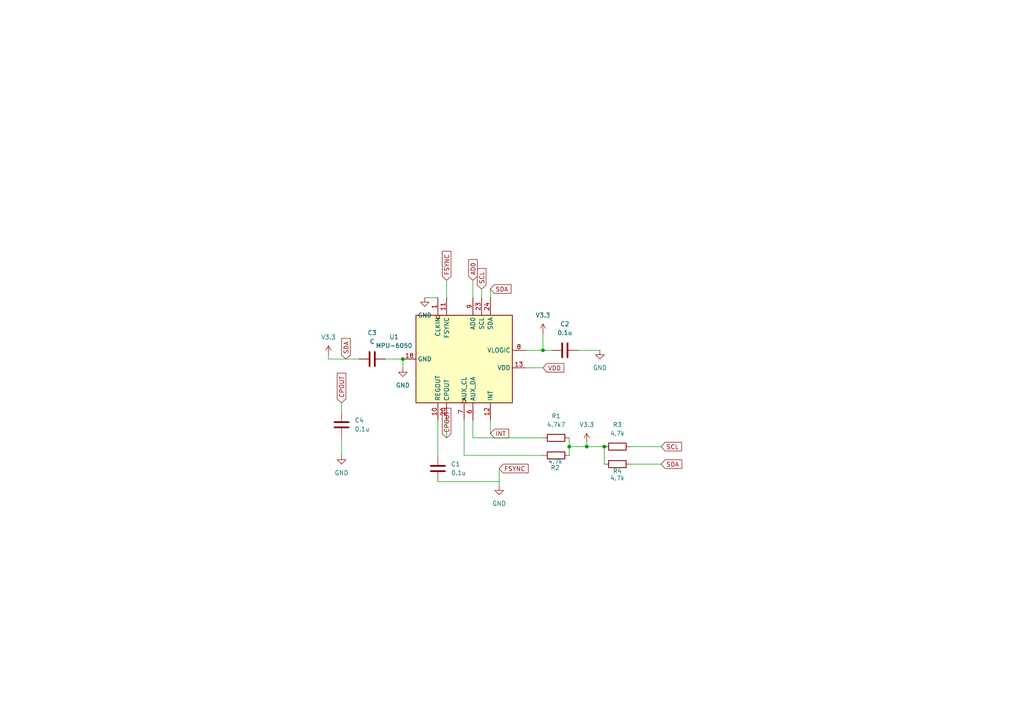
<source format=kicad_sch>
(kicad_sch (version 20250114) (generator "eeschema") (generator_version "9.0")
  (paper "A4")
  (lib_symbols
    (symbol "Device:C" (pin_numbers (hide yes)) (pin_names (offset 0.254))
      (property "Reference" "C" (at 0.635 2.54 0))
      (property "Value" "C" (at 0.635 -2.54 0))
      (symbol "C_0_1"
        (polyline (pts (xy -2.032 0.762) (xy 2.032 0.762)) (stroke (width 0.508)))
        (polyline (pts (xy -2.032 -0.762) (xy 2.032 -0.762)) (stroke (width 0.508)))
      )
      (symbol "C_1_1"
        (pin passive line (at 0 3.81 270) (length 2.794) (name "~") (number "1"))
        (pin passive line (at 0 -3.81 90) (length 2.794) (name "~") (number "2"))
      )
    )
    (symbol "Device:R" (pin_numbers (hide yes)) (pin_names (offset 0))
      (property "Reference" "R" (at 2.032 0 90))
      (property "Value" "R" (at 0 0 90))
      (symbol "R_0_1"
        (rectangle (start -1.016 -2.54) (end 1.016 2.54) (stroke (width 0.254)))
      )
      (symbol "R_1_1"
        (pin passive line (at 0 3.81 270) (length 1.27) (name "~") (number "1"))
        (pin passive line (at 0 -3.81 90) (length 1.27) (name "~") (number "2"))
      )
    )
    (symbol "Sensor_Motion:MPU-6050"
      (property "Reference" "U" (at -11.43 13.97 0))
      (property "Value" "MPU-6050" (at 7.62 -15.24 0))
      (symbol "MPU-6050_0_0"
        (text "" (at 12.7 -2.54 0) (effects (font (size 1.27 1.27))))
      )
      (symbol "MPU-6050_0_1"
        (rectangle (start -12.7 13.97) (end 12.7 -13.97) (stroke (width 0.254)) (fill (type background)))
      )
      (symbol "MPU-6050_1_1"
        (pin bidirectional line (at -17.78 7.62 0) (length 5.08) (name "SDA") (number "24"))
        (pin input line (at -17.78 5.08 0) (length 5.08) (name "SCL") (number "23"))
        (pin input line (at -17.78 2.54 0) (length 5.08) (name "AD0") (number "9"))
        (pin input line (at -17.78 -5.08 0) (length 5.08) (name "FSYNC") (number "11"))
        (pin input clock (at -17.78 -7.62 0) (length 5.08) (name "CLKIN") (number "1"))
        (pin no_connect line (at -12.7 12.7 0) (length 2.54) (hide yes) (name "NC") (number "2"))
        (pin no_connect line (at -12.7 10.16 0) (length 2.54) (hide yes) (name "NC") (number "3"))
        (pin no_connect line (at -12.7 0 0) (length 2.54) (hide yes) (name "NC") (number "4"))
        (pin no_connect line (at -12.7 -2.54 0) (length 2.54) (hide yes) (name "NC") (number "5"))
        (pin no_connect line (at -12.7 -10.16 0) (length 2.54) (hide yes) (name "NC") (number "14"))
        (pin power_in line (at -2.54 17.78 270) (length 3.81) (name "VLOGIC") (number "8"))
        (pin power_in line (at 0 -17.78 90) (length 3.81) (name "GND") (number "18"))
        (pin power_in line (at 2.54 17.78 270) (length 3.81) (name "VDD") (number "13"))
        (pin no_connect line (at 12.7 12.7 180) (length 2.54) (hide yes) (name "NC") (number "15"))
        (pin no_connect line (at 12.7 10.16 180) (length 2.54) (hide yes) (name "NC") (number "16"))
        (pin no_connect line (at 12.7 5.08 180) (length 2.54) (hide yes) (name "NC") (number "17"))
        (pin no_connect line (at 12.7 -2.54 180) (length 2.54) (hide yes) (name "RESV") (number "21"))
        (pin no_connect line (at 12.7 -10.16 180) (length 2.54) (hide yes) (name "RESV") (number "19"))
        (pin no_connect line (at 12.7 -12.7 180) (length 2.54) (hide yes) (name "RESV") (number "22"))
        (pin output line (at 17.78 7.62 180) (length 5.08) (name "INT") (number "12"))
        (pin bidirectional line (at 17.78 2.54 180) (length 5.08) (name "AUX_DA") (number "6"))
        (pin output clock (at 17.78 0 180) (length 5.08) (name "AUX_CL") (number "7"))
        (pin passive line (at 17.78 -5.08 180) (length 5.08) (name "CPOUT") (number "20"))
        (pin passive line (at 17.78 -7.62 180) (length 5.08) (name "REGOUT") (number "10"))
      )
    )
    (symbol "power:GND" (power) (pin_numbers (hide yes)) (pin_names (offset 0) (hide yes))
      (property "Value" "GND" (at 0 -3.81 0))
      (symbol "GND_0_1"
        (polyline (pts (xy 0 0) (xy 0 -1.27) (xy 1.27 -1.27) (xy 0 -2.54) (xy -1.27 -1.27) (xy 0 -1.27)))
      )
      (symbol "GND_1_1"
        (pin power_in line (at 0 0 270) (length 0) (name "~") (number "1"))
      )
    )
    (symbol "power:VBUS" (power) (pin_numbers (hide yes)) (pin_names (offset 0) (hide yes))
      (property "Value" "VBUS" (at 0 3.556 0))
      (symbol "VBUS_0_1"
        (polyline (pts (xy -0.762 1.27) (xy 0 2.54)))
        (polyline (pts (xy 0 2.54) (xy 0.762 1.27)))
        (polyline (pts (xy 0 0) (xy 0 2.54)))
      )
      (symbol "VBUS_1_1"
        (pin power_in line (at 0 0 90) (length 0) (name "~") (number "1"))
      )
    )
  )
  (junction (at 157.48 101.6))
  (junction (at 165.1 129.54))
  (junction (at 175.26 129.54))
  (junction (at 116.84 104.14))
  (junction (at 170.18 129.54))
  (wire (pts (xy 182.88 129.54) (xy 191.77 129.54)))
  (wire (pts (xy 165.1 129.54) (xy 165.1 132.08)))
  (wire (pts (xy 95.25 102.87) (xy 95.25 104.14)))
  (wire (pts (xy 170.18 129.54) (xy 175.26 129.54)))
  (wire (pts (xy 167.64 101.6) (xy 173.99 101.6)))
  (wire (pts (xy 137.16 121.92) (xy 137.16 127)))
  (wire (pts (xy 175.26 129.54) (xy 175.26 134.62)))
  (wire (pts (xy 139.7 83.82) (xy 139.7 86.36)))
  (wire (pts (xy 152.4 106.68) (xy 157.48 106.68)))
  (wire (pts (xy 95.25 104.14) (xy 104.14 104.14)))
  (wire (pts (xy 157.48 96.52) (xy 157.48 101.6)))
  (wire (pts (xy 123.19 86.36) (xy 127 86.36)))
  (wire (pts (xy 165.1 127) (xy 165.1 129.54)))
  (wire (pts (xy 137.16 81.28) (xy 137.16 86.36)))
  (wire (pts (xy 99.06 127) (xy 99.06 132.08)))
  (wire (pts (xy 134.62 132.08) (xy 157.48 132.08)))
  (wire (pts (xy 127 121.92) (xy 127 132.08)))
  (wire (pts (xy 144.78 135.89) (xy 144.78 140.97)))
  (wire (pts (xy 170.18 128.27) (xy 170.18 129.54)))
  (wire (pts (xy 182.88 134.62) (xy 191.77 134.62)))
  (wire (pts (xy 142.24 121.92) (xy 142.24 125.73)))
  (wire (pts (xy 129.54 121.92) (xy 129.54 127)))
  (wire (pts (xy 134.62 121.92) (xy 134.62 132.08)))
  (wire (pts (xy 116.84 104.14) (xy 116.84 106.68)))
  (wire (pts (xy 152.4 101.6) (xy 157.48 101.6)))
  (wire (pts (xy 129.54 81.28) (xy 129.54 86.36)))
  (wire (pts (xy 99.06 116.84) (xy 99.06 119.38)))
  (wire (pts (xy 111.76 104.14) (xy 116.84 104.14)))
  (wire (pts (xy 137.16 127) (xy 157.48 127)))
  (wire (pts (xy 165.1 129.54) (xy 170.18 129.54)))
  (wire (pts (xy 142.24 83.82) (xy 142.24 86.36)))
  (wire (pts (xy 127 139.7) (xy 144.78 139.7)))
  (wire (pts (xy 157.48 101.6) (xy 160.02 101.6)))
  (global_label "VDD" (shape input) (at 157.48 106.68 0) (property "Intersheetrefs" "${INTERSHEET_REFS}" (effects (hide yes))))
  (global_label "SDA" (shape input) (at 100.33 104.14 90) (property "Intersheetrefs" "${INTERSHEET_REFS}" (effects (hide yes))))
  (global_label "SDA" (shape input) (at 142.24 83.82 0) (property "Intersheetrefs" "${INTERSHEET_REFS}" (effects (hide yes))))
  (global_label "AD0" (shape input) (at 137.16 81.28 90) (property "Intersheetrefs" "${INTERSHEET_REFS}" (effects (hide yes))))
  (global_label "CPOUT" (shape input) (at 99.06 116.84 90) (property "Intersheetrefs" "${INTERSHEET_REFS}" (effects (hide yes))))
  (global_label "SCL" (shape input) (at 191.77 129.54 0) (property "Intersheetrefs" "${INTERSHEET_REFS}" (effects (hide yes))))
  (global_label "FSYNC" (shape input) (at 129.54 81.28 90) (property "Intersheetrefs" "${INTERSHEET_REFS}" (effects (hide yes))))
  (global_label "CPOUT" (shape input) (at 129.54 127 90) (property "Intersheetrefs" "${INTERSHEET_REFS}" (effects (hide yes))))
  (global_label "INT" (shape input) (at 142.24 125.73 0) (property "Intersheetrefs" "${INTERSHEET_REFS}" (effects (hide yes))))
  (global_label "FSYNC" (shape input) (at 144.78 135.89 0) (property "Intersheetrefs" "${INTERSHEET_REFS}" (effects (hide yes))))
  (global_label "SCL" (shape input) (at 139.7 83.82 90) (property "Intersheetrefs" "${INTERSHEET_REFS}" (effects (hide yes))))
  (global_label "SDA" (shape input) (at 191.77 134.62 0) (property "Intersheetrefs" "${INTERSHEET_REFS}" (effects (hide yes))))
  (symbol (lib_id "Device:C") (at 127 135.89 0) (unit 1)
    (property "Reference" "C1" (at 130.81 134.6199 0) (effects (justify left)))
    (property "Value" "0.1u" (at 130.81 137.1599 0) (effects (justify left)))
    (property "Footprint" "Capacitor_SMD:C_0603_1608Metric_Pad1.08x0.95mm_HandSolder" (effects (hide yes)))
    (property "Description" "Unpolarized capacitor" (effects (hide yes)))
  )
  (symbol (lib_id "power:GND") (at 116.84 106.68 0) (unit 1)
    (property "Reference" "#PWR05" (effects (hide yes)))
    (property "Value" "GND" (at 116.84 111.76 0))
    (property "Description" "Power symbol creates a global label with name \"GND\" , ground" (effects (hide yes)))
  )
  (symbol (lib_id "Device:C") (at 163.83 101.6 90) (unit 1)
    (property "Reference" "C2" (at 163.83 93.98 90))
    (property "Value" "0.1u" (at 163.83 96.52 90))
    (property "Footprint" "Capacitor_SMD:C_0603_1608Metric_Pad1.08x0.95mm_HandSolder" (effects (hide yes)))
    (property "Description" "Unpolarized capacitor" (effects (hide yes)))
  )
  (symbol (lib_id "power:VBUS") (at 95.25 102.87 0) (unit 1)
    (property "Reference" "#PWR06" (effects (hide yes)))
    (property "Value" "V3.3" (at 95.25 97.79 0))
    (property "Description" "Power symbol creates a global label with name \"VBUS\"" (effects (hide yes)))
  )
  (symbol (lib_id "power:GND") (at 173.99 101.6 0) (unit 1)
    (property "Reference" "#PWR02" (effects (hide yes)))
    (property "Value" "GND" (at 173.99 106.68 0))
    (property "Description" "Power symbol creates a global label with name \"GND\" , ground" (effects (hide yes)))
  )
  (symbol (lib_id "Device:C") (at 107.95 104.14 90) (unit 1)
    (property "Reference" "C3" (at 107.95 96.52 90))
    (property "Value" "C" (at 107.95 99.06 90))
    (property "Footprint" "Capacitor_SMD:C_0603_1608Metric_Pad1.08x0.95mm_HandSolder" (effects (hide yes)))
    (property "Description" "Unpolarized capacitor" (effects (hide yes)))
  )
  (symbol (lib_id "Device:R") (at 161.29 132.08 90) (unit 1)
    (property "Reference" "R2" (at 161.036 135.636 90))
    (property "Value" "4.7k" (at 161.036 133.858 90))
    (property "Footprint" "Resistor_SMD:R_0603_1608Metric" (effects (hide yes)))
    (property "Description" "Resistor" (effects (hide yes)))
  )
  (symbol (lib_id "power:VBUS") (at 170.18 128.27 0) (unit 1)
    (property "Reference" "#PWR04" (effects (hide yes)))
    (property "Value" "V3.3" (at 170.18 123.19 0))
    (property "Description" "Power symbol creates a global label with name \"VBUS\"" (effects (hide yes)))
  )
  (symbol (lib_id "power:GND") (at 144.78 140.97 0) (unit 1)
    (property "Reference" "#PWR01" (effects (hide yes)))
    (property "Value" "GND" (at 144.78 146.05 0))
    (property "Description" "Power symbol creates a global label with name \"GND\" , ground" (effects (hide yes)))
  )
  (symbol (lib_id "Sensor_Motion:MPU-6050") (at 134.62 104.14 270) (unit 1)
    (property "Reference" "U1" (at 114.3 97.7198 90))
    (property "Value" "MPU-6050" (at 114.3 100.2598 90))
    (property "Footprint" "Sensor_Motion:InvenSense_QFN-24_4x4mm_P0.5mm" (effects (hide yes)))
    (property "Datasheet" "https://invensense.tdk.com/wp-content/uploads/2015/02/MPU-6000-Datasheet1.pdf" (effects (hide yes)))
    (property "Description" "InvenSense 6-Axis Motion Sensor, Gyroscope, Accelerometer, I2C" (effects (hide yes)))
  )
  (symbol (lib_id "power:GND") (at 99.06 132.08 0) (unit 1)
    (property "Reference" "#PWR07" (effects (hide yes)))
    (property "Value" "GND" (at 99.06 137.16 0))
    (property "Description" "Power symbol creates a global label with name \"GND\" , ground" (effects (hide yes)))
  )
  (symbol (lib_id "Device:C") (at 99.06 123.19 180) (unit 1)
    (property "Reference" "C4" (at 102.87 121.9199 0) (effects (justify right)))
    (property "Value" "0.1u" (at 102.87 124.4599 0) (effects (justify right)))
    (property "Footprint" "Capacitor_SMD:C_0603_1608Metric_Pad1.08x0.95mm_HandSolder" (effects (hide yes)))
    (property "Description" "Unpolarized capacitor" (effects (hide yes)))
  )
  (symbol (lib_id "Device:R") (at 179.07 129.54 90) (unit 1)
    (property "Reference" "R3" (at 179.07 123.19 90))
    (property "Value" "4.7k" (at 179.07 125.73 90))
    (property "Footprint" "Resistor_SMD:R_0603_1608Metric" (effects (hide yes)))
    (property "Description" "Resistor" (effects (hide yes)))
  )
  (symbol (lib_id "Device:R") (at 179.07 134.62 90) (unit 1)
    (property "Reference" "R4" (at 179.07 136.652 90))
    (property "Value" "4.7k" (at 179.07 138.684 90))
    (property "Footprint" "Resistor_SMD:R_0603_1608Metric" (effects (hide yes)))
    (property "Description" "Resistor" (effects (hide yes)))
  )
  (symbol (lib_id "power:GND") (at 123.19 86.36 0) (unit 1)
    (property "Reference" "#PWR08" (effects (hide yes)))
    (property "Value" "GND" (at 123.19 91.44 0))
    (property "Description" "Power symbol creates a global label with name \"GND\" , ground" (effects (hide yes)))
  )
  (symbol (lib_id "Device:R") (at 161.29 127 90) (unit 1)
    (property "Reference" "R1" (at 161.29 120.65 90))
    (property "Value" "4.7k7" (at 161.29 123.19 90))
    (property "Footprint" "Resistor_SMD:R_0603_1608Metric" (effects (hide yes)))
    (property "Description" "Resistor" (effects (hide yes)))
  )
  (symbol (lib_id "power:VBUS") (at 157.48 96.52 0) (unit 1)
    (property "Reference" "#PWR03" (effects (hide yes)))
    (property "Value" "V3.3" (at 157.48 91.44 0))
    (property "Description" "Power symbol creates a global label with name \"VBUS\"" (effects (hide yes)))
  )
)
</source>
